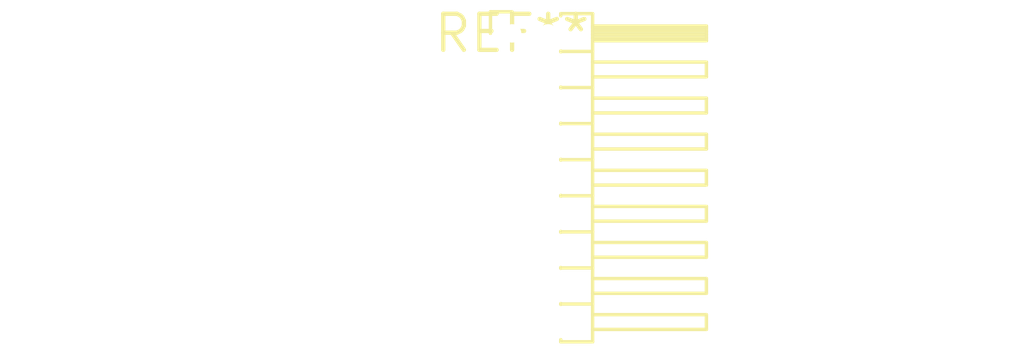
<source format=kicad_pcb>
(kicad_pcb (version 20240108) (generator pcbnew)
  (layers (0 "F.Cu" signal) (31 "B.Cu" signal) (34 "B.Paste" user) (35 "F.Paste" user) (36 "B.SilkS" user "B.Silkscreen") (37 "F.SilkS" user "F.Silkscreen") (38 "B.Mask" user) (39 "F.Mask" user) (44 "Edge.Cuts" user))
  (net 0 "")
  (footprint "PinHeader_2x09_P1.27mm_Horizontal" (layer "F.Cu") (at 0 0)
    (property "Reference" "REF**")
    (property "Value" "PinHeader_2x09_P1.27mm_Horizontal")
    (fp_line (start -0.76 -0.76) (end 0 -0.76) (layer "F.SilkS") (stroke (width 0.12)))
    (fp_line (start -0.76 0) (end -0.76 -0.76) (layer "F.SilkS") (stroke (width 0.12)))
    (fp_line (start 1.71 -0.695) (end 2.83 -0.695) (layer "F.SilkS") (stroke (width 0.12)))
    (fp_line (start 1.71 -0.619677) (end 1.71 -0.695) (layer "F.SilkS") (stroke (width 0.12)))
    (fp_line (start 1.71 0.619677) (end 1.71 0.650323) (layer "F.SilkS") (stroke (width 0.12)))
    (fp_line (start 1.71 0.635) (end 2.83 0.635) (layer "F.SilkS") (stroke (width 0.12)))
    (fp_line (start 1.71 1.889677) (end 1.71 1.920323) (layer "F.SilkS") (stroke (width 0.12)))
    (fp_line (start 1.71 1.905) (end 2.83 1.905) (layer "F.SilkS") (stroke (width 0.12)))
    (fp_line (start 1.71 3.159677) (end 1.71 3.190323) (layer "F.SilkS") (stroke (width 0.12)))
    (fp_line (start 1.71 3.175) (end 2.83 3.175) (layer "F.SilkS") (stroke (width 0.12)))
    (fp_line (start 1.71 4.429677) (end 1.71 4.460323) (layer "F.SilkS") (stroke (width 0.12)))
    (fp_line (start 1.71 4.445) (end 2.83 4.445) (layer "F.SilkS") (stroke (width 0.12)))
    (fp_line (start 1.71 5.699677) (end 1.71 5.730323) (layer "F.SilkS") (stroke (width 0.12)))
    (fp_line (start 1.71 5.715) (end 2.83 5.715) (layer "F.SilkS") (stroke (width 0.12)))
    (fp_line (start 1.71 6.969677) (end 1.71 7.000323) (layer "F.SilkS") (stroke (width 0.12)))
    (fp_line (start 1.71 6.985) (end 2.83 6.985) (layer "F.SilkS") (stroke (width 0.12)))
    (fp_line (start 1.71 8.239677) (end 1.71 8.270323) (layer "F.SilkS") (stroke (width 0.12)))
    (fp_line (start 1.71 8.255) (end 2.83 8.255) (layer "F.SilkS") (stroke (width 0.12)))
    (fp_line (start 1.71 9.509677) (end 1.71 9.540323) (layer "F.SilkS") (stroke (width 0.12)))
    (fp_line (start 1.71 9.525) (end 2.83 9.525) (layer "F.SilkS") (stroke (width 0.12)))
    (fp_line (start 1.71 10.855) (end 1.71 10.779677) (layer "F.SilkS") (stroke (width 0.12)))
    (fp_line (start 2.83 -0.695) (end 2.83 10.855) (layer "F.SilkS") (stroke (width 0.12)))
    (fp_line (start 2.83 -0.26) (end 6.83 -0.26) (layer "F.SilkS") (stroke (width 0.12)))
    (fp_line (start 2.83 -0.2) (end 6.83 -0.2) (layer "F.SilkS") (stroke (width 0.12)))
    (fp_line (start 2.83 -0.08) (end 6.83 -0.08) (layer "F.SilkS") (stroke (width 0.12)))
    (fp_line (start 2.83 0.04) (end 6.83 0.04) (layer "F.SilkS") (stroke (width 0.12)))
    (fp_line (start 2.83 0.16) (end 6.83 0.16) (layer "F.SilkS") (stroke (width 0.12)))
    (fp_line (start 2.83 1.01) (end 6.83 1.01) (layer "F.SilkS") (stroke (width 0.12)))
    (fp_line (start 2.83 2.28) (end 6.83 2.28) (layer "F.SilkS") (stroke (width 0.12)))
    (fp_line (start 2.83 3.55) (end 6.83 3.55) (layer "F.SilkS") (stroke (width 0.12)))
    (fp_line (start 2.83 4.82) (end 6.83 4.82) (layer "F.SilkS") (stroke (width 0.12)))
    (fp_line (start 2.83 6.09) (end 6.83 6.09) (layer "F.SilkS") (stroke (width 0.12)))
    (fp_line (start 2.83 7.36) (end 6.83 7.36) (layer "F.SilkS") (stroke (width 0.12)))
    (fp_line (start 2.83 8.63) (end 6.83 8.63) (layer "F.SilkS") (stroke (width 0.12)))
    (fp_line (start 2.83 9.9) (end 6.83 9.9) (layer "F.SilkS") (stroke (width 0.12)))
    (fp_line (start 2.83 10.855) (end 1.71 10.855) (layer "F.SilkS") (stroke (width 0.12)))
    (fp_line (start 6.83 -0.26) (end 6.83 0.26) (layer "F.SilkS") (stroke (width 0.12)))
    (fp_line (start 6.83 0.26) (end 2.83 0.26) (layer "F.SilkS") (stroke (width 0.12)))
    (fp_line (start 6.83 1.01) (end 6.83 1.53) (layer "F.SilkS") (stroke (width 0.12)))
    (fp_line (start 6.83 1.53) (end 2.83 1.53) (layer "F.SilkS") (stroke (width 0.12)))
    (fp_line (start 6.83 2.28) (end 6.83 2.8) (layer "F.SilkS") (stroke (width 0.12)))
    (fp_line (start 6.83 2.8) (end 2.83 2.8) (layer "F.SilkS") (stroke (width 0.12)))
    (fp_line (start 6.83 3.55) (end 6.83 4.07) (layer "F.SilkS") (stroke (width 0.12)))
    (fp_line (start 6.83 4.07) (end 2.83 4.07) (layer "F.SilkS") (stroke (width 0.12)))
    (fp_line (start 6.83 4.82) (end 6.83 5.34) (layer "F.SilkS") (stroke (width 0.12)))
    (fp_line (start 6.83 5.34) (end 2.83 5.34) (layer "F.SilkS") (stroke (width 0.12)))
    (fp_line (start 6.83 6.09) (end 6.83 6.61) (layer "F.SilkS") (stroke (width 0.12)))
    (fp_line (start 6.83 6.61) (end 2.83 6.61) (layer "F.SilkS") (stroke (width 0.12)))
    (fp_line (start 6.83 7.36) (end 6.83 7.88) (layer "F.SilkS") (stroke (width 0.12)))
    (fp_line (start 6.83 7.88) (end 2.83 7.88) (layer "F.SilkS") (stroke (width 0.12)))
    (fp_line (start 6.83 8.63) (end 6.83 9.15) (layer "F.SilkS") (stroke (width 0.12)))
    (fp_line (start 6.83 9.15) (end 2.83 9.15) (layer "F.SilkS") (stroke (width 0.12)))
    (fp_line (start 6.83 9.9) (end 6.83 10.42) (layer "F.SilkS") (stroke (width 0.12)))
    (fp_line (start 6.83 10.42) (end 2.83 10.42) (layer "F.SilkS") (stroke (width 0.12)))
    (pad "1" thru_hole rect (at 0 0) (size 1 1) (drill 0.65) (layers *.Cu *.Mask) (remove_unused_layers))
    (pad "2" thru_hole oval (at 1.27 0) (size 1 1) (drill 0.65) (layers *.Cu *.Mask) (remove_unused_layers))
    (pad "3" thru_hole oval (at 0 1.27) (size 1 1) (drill 0.65) (layers *.Cu *.Mask) (remove_unused_layers))
    (pad "4" thru_hole oval (at 1.27 1.27) (size 1 1) (drill 0.65) (layers *.Cu *.Mask) (remove_unused_layers))
    (pad "5" thru_hole oval (at 0 2.54) (size 1 1) (drill 0.65) (layers *.Cu *.Mask) (remove_unused_layers))
    (pad "6" thru_hole oval (at 1.27 2.54) (size 1 1) (drill 0.65) (layers *.Cu *.Mask) (remove_unused_layers))
    (pad "7" thru_hole oval (at 0 3.81) (size 1 1) (drill 0.65) (layers *.Cu *.Mask) (remove_unused_layers))
    (pad "8" thru_hole oval (at 1.27 3.81) (size 1 1) (drill 0.65) (layers *.Cu *.Mask) (remove_unused_layers))
    (pad "9" thru_hole oval (at 0 5.08) (size 1 1) (drill 0.65) (layers *.Cu *.Mask) (remove_unused_layers))
    (pad "10" thru_hole oval (at 1.27 5.08) (size 1 1) (drill 0.65) (layers *.Cu *.Mask) (remove_unused_layers))
    (pad "11" thru_hole oval (at 0 6.35) (size 1 1) (drill 0.65) (layers *.Cu *.Mask) (remove_unused_layers))
    (pad "12" thru_hole oval (at 1.27 6.35) (size 1 1) (drill 0.65) (layers *.Cu *.Mask) (remove_unused_layers))
    (pad "13" thru_hole oval (at 0 7.62) (size 1 1) (drill 0.65) (layers *.Cu *.Mask) (remove_unused_layers))
    (pad "14" thru_hole oval (at 1.27 7.62) (size 1 1) (drill 0.65) (layers *.Cu *.Mask) (remove_unused_layers))
    (pad "15" thru_hole oval (at 0 8.89) (size 1 1) (drill 0.65) (layers *.Cu *.Mask) (remove_unused_layers))
    (pad "16" thru_hole oval (at 1.27 8.89) (size 1 1) (drill 0.65) (layers *.Cu *.Mask) (remove_unused_layers))
    (pad "17" thru_hole oval (at 0 10.16) (size 1 1) (drill 0.65) (layers *.Cu *.Mask) (remove_unused_layers))
    (pad "18" thru_hole oval (at 1.27 10.16) (size 1 1) (drill 0.65) (layers *.Cu *.Mask) (remove_unused_layers))
  )
)
</source>
